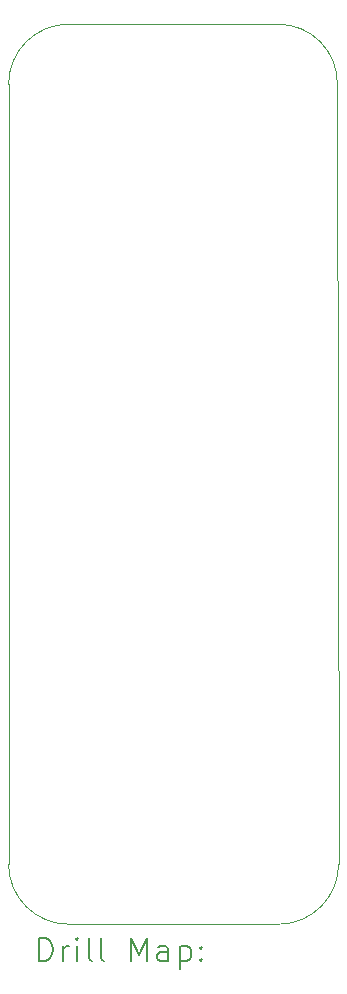
<source format=gbr>
%TF.GenerationSoftware,KiCad,Pcbnew,8.0.5*%
%TF.CreationDate,2024-12-15T10:39:48+01:00*%
%TF.ProjectId,esp8266-expansion-board,65737038-3236-4362-9d65-7870616e7369,rev?*%
%TF.SameCoordinates,Original*%
%TF.FileFunction,Drillmap*%
%TF.FilePolarity,Positive*%
%FSLAX45Y45*%
G04 Gerber Fmt 4.5, Leading zero omitted, Abs format (unit mm)*
G04 Created by KiCad (PCBNEW 8.0.5) date 2024-12-15 10:39:48*
%MOMM*%
%LPD*%
G01*
G04 APERTURE LIST*
%ADD10C,0.050000*%
%ADD11C,0.200000*%
G04 APERTURE END LIST*
D10*
X8130482Y-2547929D02*
G75*
G02*
X8628017Y-3055766I-2482J-500071D01*
G01*
X6352482Y-10167928D02*
G75*
G02*
X5844482Y-9659929I-2J507998D01*
G01*
X5844482Y-3055929D02*
G75*
G02*
X6352482Y-2547932I507998J-1D01*
G01*
X8130482Y-10167929D02*
X6352482Y-10167929D01*
X8638482Y-9659929D02*
G75*
G02*
X8130482Y-10167932I-508002J-1D01*
G01*
X8628017Y-3055766D02*
X8638482Y-9659929D01*
X6352482Y-2547929D02*
X8130482Y-2547929D01*
X5844482Y-3055929D02*
X5844482Y-9659929D01*
D11*
X6102758Y-10481913D02*
X6102758Y-10281913D01*
X6102758Y-10281913D02*
X6150377Y-10281913D01*
X6150377Y-10281913D02*
X6178949Y-10291437D01*
X6178949Y-10291437D02*
X6197997Y-10310484D01*
X6197997Y-10310484D02*
X6207520Y-10329532D01*
X6207520Y-10329532D02*
X6217044Y-10367627D01*
X6217044Y-10367627D02*
X6217044Y-10396199D01*
X6217044Y-10396199D02*
X6207520Y-10434294D01*
X6207520Y-10434294D02*
X6197997Y-10453341D01*
X6197997Y-10453341D02*
X6178949Y-10472389D01*
X6178949Y-10472389D02*
X6150377Y-10481913D01*
X6150377Y-10481913D02*
X6102758Y-10481913D01*
X6302758Y-10481913D02*
X6302758Y-10348579D01*
X6302758Y-10386675D02*
X6312282Y-10367627D01*
X6312282Y-10367627D02*
X6321806Y-10358103D01*
X6321806Y-10358103D02*
X6340854Y-10348579D01*
X6340854Y-10348579D02*
X6359901Y-10348579D01*
X6426568Y-10481913D02*
X6426568Y-10348579D01*
X6426568Y-10281913D02*
X6417044Y-10291437D01*
X6417044Y-10291437D02*
X6426568Y-10300960D01*
X6426568Y-10300960D02*
X6436092Y-10291437D01*
X6436092Y-10291437D02*
X6426568Y-10281913D01*
X6426568Y-10281913D02*
X6426568Y-10300960D01*
X6550377Y-10481913D02*
X6531330Y-10472389D01*
X6531330Y-10472389D02*
X6521806Y-10453341D01*
X6521806Y-10453341D02*
X6521806Y-10281913D01*
X6655139Y-10481913D02*
X6636092Y-10472389D01*
X6636092Y-10472389D02*
X6626568Y-10453341D01*
X6626568Y-10453341D02*
X6626568Y-10281913D01*
X6883711Y-10481913D02*
X6883711Y-10281913D01*
X6883711Y-10281913D02*
X6950378Y-10424770D01*
X6950378Y-10424770D02*
X7017044Y-10281913D01*
X7017044Y-10281913D02*
X7017044Y-10481913D01*
X7197997Y-10481913D02*
X7197997Y-10377151D01*
X7197997Y-10377151D02*
X7188473Y-10358103D01*
X7188473Y-10358103D02*
X7169425Y-10348579D01*
X7169425Y-10348579D02*
X7131330Y-10348579D01*
X7131330Y-10348579D02*
X7112282Y-10358103D01*
X7197997Y-10472389D02*
X7178949Y-10481913D01*
X7178949Y-10481913D02*
X7131330Y-10481913D01*
X7131330Y-10481913D02*
X7112282Y-10472389D01*
X7112282Y-10472389D02*
X7102758Y-10453341D01*
X7102758Y-10453341D02*
X7102758Y-10434294D01*
X7102758Y-10434294D02*
X7112282Y-10415246D01*
X7112282Y-10415246D02*
X7131330Y-10405722D01*
X7131330Y-10405722D02*
X7178949Y-10405722D01*
X7178949Y-10405722D02*
X7197997Y-10396199D01*
X7293235Y-10348579D02*
X7293235Y-10548579D01*
X7293235Y-10358103D02*
X7312282Y-10348579D01*
X7312282Y-10348579D02*
X7350378Y-10348579D01*
X7350378Y-10348579D02*
X7369425Y-10358103D01*
X7369425Y-10358103D02*
X7378949Y-10367627D01*
X7378949Y-10367627D02*
X7388473Y-10386675D01*
X7388473Y-10386675D02*
X7388473Y-10443818D01*
X7388473Y-10443818D02*
X7378949Y-10462865D01*
X7378949Y-10462865D02*
X7369425Y-10472389D01*
X7369425Y-10472389D02*
X7350378Y-10481913D01*
X7350378Y-10481913D02*
X7312282Y-10481913D01*
X7312282Y-10481913D02*
X7293235Y-10472389D01*
X7474187Y-10462865D02*
X7483711Y-10472389D01*
X7483711Y-10472389D02*
X7474187Y-10481913D01*
X7474187Y-10481913D02*
X7464663Y-10472389D01*
X7464663Y-10472389D02*
X7474187Y-10462865D01*
X7474187Y-10462865D02*
X7474187Y-10481913D01*
X7474187Y-10358103D02*
X7483711Y-10367627D01*
X7483711Y-10367627D02*
X7474187Y-10377151D01*
X7474187Y-10377151D02*
X7464663Y-10367627D01*
X7464663Y-10367627D02*
X7474187Y-10358103D01*
X7474187Y-10358103D02*
X7474187Y-10377151D01*
M02*

</source>
